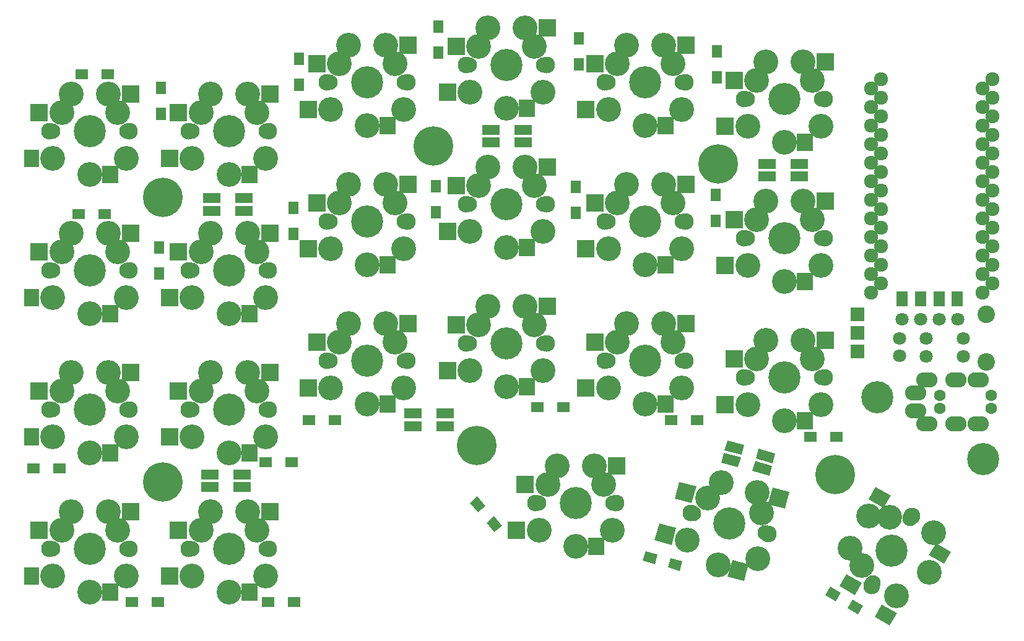
<source format=gbs>
%TF.GenerationSoftware,KiCad,Pcbnew,(5.1.6-0-10_14)*%
%TF.CreationDate,2020-07-07T23:00:58+09:00*%
%TF.ProjectId,corne-cherry,636f726e-652d-4636-9865-7272792e6b69,rev?*%
%TF.SameCoordinates,Original*%
%TF.FileFunction,Soldermask,Bot*%
%TF.FilePolarity,Negative*%
%FSLAX46Y46*%
G04 Gerber Fmt 4.6, Leading zero omitted, Abs format (unit mm)*
G04 Created by KiCad (PCBNEW (5.1.6-0-10_14)) date 2020-07-07 23:00:58*
%MOMM*%
%LPD*%
G01*
G04 APERTURE LIST*
%ADD10R,2.400000X2.400000*%
%ADD11C,3.400000*%
%ADD12C,2.100000*%
%ADD13C,2.300000*%
%ADD14C,4.400000*%
%ADD15R,2.300000X2.400000*%
%ADD16C,5.400000*%
%ADD17C,1.600000*%
%ADD18O,2.900000X2.100000*%
%ADD19C,1.797000*%
%ADD20R,1.924000X1.924000*%
%ADD21R,1.543000X1.035000*%
%ADD22R,2.400000X1.400000*%
%ADD23C,0.100000*%
%ADD24C,2.400000*%
%ADD25R,2.000000X2.400000*%
%ADD26C,0.500000*%
%ADD27C,1.924000*%
%ADD28R,1.700000X1.350000*%
%ADD29R,1.350000X1.700000*%
G04 APERTURE END LIST*
D10*
%TO.C,SW9*%
X90000000Y-55120000D03*
D11*
X80590000Y-57660000D03*
D12*
X79320000Y-60200000D03*
X89480000Y-60200000D03*
D13*
X89900000Y-60200000D03*
X78900000Y-60200000D03*
D14*
X84400000Y-60200000D03*
D11*
X86940000Y-55120000D03*
D10*
X77500000Y-57660000D03*
D11*
X84400000Y-66100000D03*
X79400000Y-63900000D03*
D15*
X87200000Y-66100000D03*
D10*
X76300000Y-63900000D03*
D11*
X89400000Y-63900000D03*
X81860000Y-55120000D03*
X88210000Y-57660000D03*
%TD*%
D14*
%TO.C,*%
X154120000Y-84240000D03*
%TD*%
%TO.C,*%
X168650000Y-92720000D03*
%TD*%
D16*
%TO.C,Ref\u002A\u002A*%
X93400000Y-49850000D03*
%TD*%
%TO.C,Ref\u002A\u002A*%
X56400000Y-56850000D03*
%TD*%
%TO.C,Ref\u002A\u002A*%
X56400000Y-95850000D03*
%TD*%
%TO.C,Ref\u002A\u002A*%
X99400000Y-90850000D03*
%TD*%
%TO.C,Ref\u002A\u002A*%
X148400000Y-94850000D03*
%TD*%
%TO.C,Ref\u002A\u002A*%
X132400000Y-52350000D03*
%TD*%
D17*
%TO.C,J1*%
X162700000Y-84000000D03*
X169700000Y-84000000D03*
D18*
X160900000Y-81900000D03*
X159400000Y-86100000D03*
X167900000Y-81900000D03*
X164900000Y-81900000D03*
D17*
X169700000Y-85750000D03*
X162700000Y-85750000D03*
D18*
X167900000Y-87850000D03*
X164900000Y-87850000D03*
X160900000Y-87850000D03*
X159400000Y-83650000D03*
%TD*%
D19*
%TO.C,J2*%
X157500000Y-73550000D03*
X160040000Y-73550000D03*
X162580000Y-73550000D03*
X165120000Y-73550000D03*
%TD*%
D20*
%TO.C,J3*%
X151400000Y-77930000D03*
X151400000Y-75390000D03*
X151400000Y-72850000D03*
%TD*%
D21*
%TO.C,JP2*%
X165100000Y-71250380D03*
X165100000Y-70249620D03*
%TD*%
%TO.C,JP3*%
X162600000Y-70249620D03*
X162600000Y-71250380D03*
%TD*%
%TO.C,JP4*%
X160100000Y-71250380D03*
X160100000Y-70249620D03*
%TD*%
%TO.C,JP5*%
X157500000Y-70249620D03*
X157500000Y-71250380D03*
%TD*%
D22*
%TO.C,L22*%
X67500000Y-56975000D03*
X67500000Y-58725000D03*
X63100000Y-58725000D03*
X63100000Y-56975000D03*
%TD*%
%TO.C,L23*%
X101300000Y-47625000D03*
X101300000Y-49375000D03*
X105700000Y-49375000D03*
X105700000Y-47625000D03*
%TD*%
%TO.C,L24*%
X143500000Y-52275000D03*
X143500000Y-54025000D03*
X139100000Y-54025000D03*
X139100000Y-52275000D03*
%TD*%
%TO.C,L25*%
X67300000Y-96550000D03*
X67300000Y-94800000D03*
X62900000Y-94800000D03*
X62900000Y-96550000D03*
%TD*%
%TO.C,L26*%
X95000000Y-86450000D03*
X95000000Y-88200000D03*
X90600000Y-88200000D03*
X90600000Y-86450000D03*
%TD*%
D23*
%TO.C,L27*%
G36*
X133261146Y-91500978D02*
G01*
X133623492Y-90148682D01*
X135941714Y-90769848D01*
X135579368Y-92122144D01*
X133261146Y-91500978D01*
G37*
G36*
X132808213Y-93191348D02*
G01*
X133170559Y-91839052D01*
X135488781Y-92460218D01*
X135126435Y-93812514D01*
X132808213Y-93191348D01*
G37*
G36*
X137058286Y-94330152D02*
G01*
X137420632Y-92977856D01*
X139738854Y-93599022D01*
X139376508Y-94951318D01*
X137058286Y-94330152D01*
G37*
G36*
X137511219Y-92639782D02*
G01*
X137873565Y-91287486D01*
X140191787Y-91908652D01*
X139829441Y-93260948D01*
X137511219Y-92639782D01*
G37*
%TD*%
D19*
%TO.C,P1*%
X157200000Y-76150000D03*
%TD*%
%TO.C,P2*%
X157200000Y-78550000D03*
%TD*%
%TO.C,R1*%
X165940000Y-76150000D03*
X160860000Y-76150000D03*
%TD*%
%TO.C,R2*%
X160860000Y-78650000D03*
X165940000Y-78650000D03*
%TD*%
D24*
%TO.C,RSW1*%
X169000000Y-72900000D03*
X169000000Y-79400000D03*
%TD*%
D10*
%TO.C,SW1*%
X52000000Y-42770000D03*
D11*
X42590000Y-45310000D03*
D12*
X41320000Y-47850000D03*
X51480000Y-47850000D03*
D13*
X51900000Y-47850000D03*
X40900000Y-47850000D03*
D14*
X46400000Y-47850000D03*
D11*
X48940000Y-42770000D03*
D10*
X39500000Y-45310000D03*
D11*
X46400000Y-53750000D03*
X41400000Y-51550000D03*
D15*
X49200000Y-53750000D03*
D25*
X38500000Y-51550000D03*
D11*
X51400000Y-51550000D03*
X43860000Y-42770000D03*
X50210000Y-45310000D03*
%TD*%
%TO.C,SW2*%
X69260000Y-45310000D03*
X62910000Y-42770000D03*
X70450000Y-51550000D03*
D10*
X57350000Y-51550000D03*
D15*
X68250000Y-53750000D03*
D11*
X60450000Y-51550000D03*
X65450000Y-53750000D03*
D10*
X58550000Y-45310000D03*
D11*
X67990000Y-42770000D03*
D14*
X65450000Y-47850000D03*
D13*
X59950000Y-47850000D03*
X70950000Y-47850000D03*
D12*
X70530000Y-47850000D03*
X60370000Y-47850000D03*
D11*
X61640000Y-45310000D03*
D10*
X71050000Y-42770000D03*
%TD*%
%TO.C,SW3*%
X90000000Y-36070000D03*
D11*
X80590000Y-38610000D03*
D12*
X79320000Y-41150000D03*
X89480000Y-41150000D03*
D13*
X89900000Y-41150000D03*
X78900000Y-41150000D03*
D14*
X84400000Y-41150000D03*
D11*
X86940000Y-36070000D03*
D10*
X77500000Y-38610000D03*
D11*
X84400000Y-47050000D03*
X79400000Y-44850000D03*
D15*
X87200000Y-47050000D03*
D10*
X76300000Y-44850000D03*
D11*
X89400000Y-44850000D03*
X81860000Y-36070000D03*
X88210000Y-38610000D03*
%TD*%
%TO.C,SW4*%
X107260000Y-36210000D03*
X100910000Y-33670000D03*
X108450000Y-42450000D03*
D10*
X95350000Y-42450000D03*
D15*
X106250000Y-44650000D03*
D11*
X98450000Y-42450000D03*
X103450000Y-44650000D03*
D10*
X96550000Y-36210000D03*
D11*
X105990000Y-33670000D03*
D14*
X103450000Y-38750000D03*
D13*
X97950000Y-38750000D03*
X108950000Y-38750000D03*
D12*
X108530000Y-38750000D03*
X98370000Y-38750000D03*
D11*
X99640000Y-36210000D03*
D10*
X109050000Y-33670000D03*
%TD*%
%TO.C,SW5*%
X128000000Y-36070000D03*
D11*
X118590000Y-38610000D03*
D12*
X117320000Y-41150000D03*
X127480000Y-41150000D03*
D13*
X127900000Y-41150000D03*
X116900000Y-41150000D03*
D14*
X122400000Y-41150000D03*
D11*
X124940000Y-36070000D03*
D10*
X115500000Y-38610000D03*
D11*
X122400000Y-47050000D03*
X117400000Y-44850000D03*
D15*
X125200000Y-47050000D03*
D10*
X114300000Y-44850000D03*
D11*
X127400000Y-44850000D03*
X119860000Y-36070000D03*
X126210000Y-38610000D03*
%TD*%
%TO.C,SW6*%
X145260000Y-40910000D03*
X138910000Y-38370000D03*
X146450000Y-47150000D03*
D10*
X133350000Y-47150000D03*
D15*
X144250000Y-49350000D03*
D11*
X136450000Y-47150000D03*
X141450000Y-49350000D03*
D10*
X134550000Y-40910000D03*
D11*
X143990000Y-38370000D03*
D14*
X141450000Y-43450000D03*
D13*
X135950000Y-43450000D03*
X146950000Y-43450000D03*
D12*
X146530000Y-43450000D03*
X136370000Y-43450000D03*
D11*
X137640000Y-40910000D03*
D10*
X147050000Y-38370000D03*
%TD*%
%TO.C,SW7*%
X52000000Y-61820000D03*
D11*
X42590000Y-64360000D03*
D12*
X41320000Y-66900000D03*
X51480000Y-66900000D03*
D13*
X51900000Y-66900000D03*
X40900000Y-66900000D03*
D14*
X46400000Y-66900000D03*
D11*
X48940000Y-61820000D03*
D10*
X39500000Y-64360000D03*
D11*
X46400000Y-72800000D03*
X41400000Y-70600000D03*
D15*
X49200000Y-72800000D03*
D25*
X38500000Y-70600000D03*
D11*
X51400000Y-70600000D03*
X43860000Y-61820000D03*
X50210000Y-64360000D03*
%TD*%
%TO.C,SW8*%
X69260000Y-64360000D03*
X62910000Y-61820000D03*
X70450000Y-70600000D03*
D10*
X57350000Y-70600000D03*
D15*
X68250000Y-72800000D03*
D11*
X60450000Y-70600000D03*
X65450000Y-72800000D03*
D10*
X58550000Y-64360000D03*
D11*
X67990000Y-61820000D03*
D14*
X65450000Y-66900000D03*
D13*
X59950000Y-66900000D03*
X70950000Y-66900000D03*
D12*
X70530000Y-66900000D03*
X60370000Y-66900000D03*
D11*
X61640000Y-64360000D03*
D10*
X71050000Y-61820000D03*
%TD*%
D11*
%TO.C,SW10*%
X107260000Y-55260000D03*
X100910000Y-52720000D03*
X108450000Y-61500000D03*
D10*
X95350000Y-61500000D03*
D15*
X106250000Y-63700000D03*
D11*
X98450000Y-61500000D03*
X103450000Y-63700000D03*
D10*
X96550000Y-55260000D03*
D11*
X105990000Y-52720000D03*
D14*
X103450000Y-57800000D03*
D13*
X97950000Y-57800000D03*
X108950000Y-57800000D03*
D12*
X108530000Y-57800000D03*
X98370000Y-57800000D03*
D11*
X99640000Y-55260000D03*
D10*
X109050000Y-52720000D03*
%TD*%
%TO.C,SW11*%
X128000000Y-55120000D03*
D11*
X118590000Y-57660000D03*
D12*
X117320000Y-60200000D03*
X127480000Y-60200000D03*
D13*
X127900000Y-60200000D03*
X116900000Y-60200000D03*
D14*
X122400000Y-60200000D03*
D11*
X124940000Y-55120000D03*
D10*
X115500000Y-57660000D03*
D11*
X122400000Y-66100000D03*
X117400000Y-63900000D03*
D15*
X125200000Y-66100000D03*
D10*
X114300000Y-63900000D03*
D11*
X127400000Y-63900000D03*
X119860000Y-55120000D03*
X126210000Y-57660000D03*
%TD*%
%TO.C,SW12*%
X145260000Y-59960000D03*
X138910000Y-57420000D03*
X146450000Y-66200000D03*
D10*
X133350000Y-66200000D03*
D15*
X144250000Y-68400000D03*
D11*
X136450000Y-66200000D03*
X141450000Y-68400000D03*
D10*
X134550000Y-59960000D03*
D11*
X143990000Y-57420000D03*
D14*
X141450000Y-62500000D03*
D13*
X135950000Y-62500000D03*
X146950000Y-62500000D03*
D12*
X146530000Y-62500000D03*
X136370000Y-62500000D03*
D11*
X137640000Y-59960000D03*
D10*
X147050000Y-57420000D03*
%TD*%
%TO.C,SW13*%
X52000000Y-80870000D03*
D11*
X42590000Y-83410000D03*
D12*
X41320000Y-85950000D03*
X51480000Y-85950000D03*
D13*
X51900000Y-85950000D03*
X40900000Y-85950000D03*
D14*
X46400000Y-85950000D03*
D11*
X48940000Y-80870000D03*
D10*
X39500000Y-83410000D03*
D11*
X46400000Y-91850000D03*
X41400000Y-89650000D03*
D15*
X49200000Y-91850000D03*
D25*
X38500000Y-89650000D03*
D11*
X51400000Y-89650000D03*
X43860000Y-80870000D03*
X50210000Y-83410000D03*
%TD*%
%TO.C,SW14*%
X69260000Y-83410000D03*
X62910000Y-80870000D03*
X70450000Y-89650000D03*
D10*
X57350000Y-89650000D03*
D15*
X68250000Y-91850000D03*
D11*
X60450000Y-89650000D03*
X65450000Y-91850000D03*
D10*
X58550000Y-83410000D03*
D11*
X67990000Y-80870000D03*
D14*
X65450000Y-85950000D03*
D13*
X59950000Y-85950000D03*
X70950000Y-85950000D03*
D12*
X70530000Y-85950000D03*
X60370000Y-85950000D03*
D11*
X61640000Y-83410000D03*
D10*
X71050000Y-80870000D03*
%TD*%
%TO.C,SW15*%
X90000000Y-74170000D03*
D11*
X80590000Y-76710000D03*
D12*
X79320000Y-79250000D03*
X89480000Y-79250000D03*
D13*
X89900000Y-79250000D03*
X78900000Y-79250000D03*
D14*
X84400000Y-79250000D03*
D11*
X86940000Y-74170000D03*
D10*
X77500000Y-76710000D03*
D11*
X84400000Y-85150000D03*
X79400000Y-82950000D03*
D15*
X87200000Y-85150000D03*
D10*
X76300000Y-82950000D03*
D11*
X89400000Y-82950000D03*
X81860000Y-74170000D03*
X88210000Y-76710000D03*
%TD*%
%TO.C,SW16*%
X107260000Y-74310000D03*
X100910000Y-71770000D03*
X108450000Y-80550000D03*
D10*
X95350000Y-80550000D03*
D15*
X106250000Y-82750000D03*
D11*
X98450000Y-80550000D03*
X103450000Y-82750000D03*
D10*
X96550000Y-74310000D03*
D11*
X105990000Y-71770000D03*
D14*
X103450000Y-76850000D03*
D13*
X97950000Y-76850000D03*
X108950000Y-76850000D03*
D12*
X108530000Y-76850000D03*
X98370000Y-76850000D03*
D11*
X99640000Y-74310000D03*
D10*
X109050000Y-71770000D03*
%TD*%
%TO.C,SW17*%
X128000000Y-74170000D03*
D11*
X118590000Y-76710000D03*
D12*
X117320000Y-79250000D03*
X127480000Y-79250000D03*
D13*
X127900000Y-79250000D03*
X116900000Y-79250000D03*
D14*
X122400000Y-79250000D03*
D11*
X124940000Y-74170000D03*
D10*
X115500000Y-76710000D03*
D11*
X122400000Y-85150000D03*
X117400000Y-82950000D03*
D15*
X125200000Y-85150000D03*
D10*
X114300000Y-82950000D03*
D11*
X127400000Y-82950000D03*
X119860000Y-74170000D03*
X126210000Y-76710000D03*
%TD*%
%TO.C,SW18*%
X145260000Y-79010000D03*
X138910000Y-76470000D03*
X146450000Y-85250000D03*
D10*
X133350000Y-85250000D03*
D15*
X144250000Y-87450000D03*
D11*
X136450000Y-85250000D03*
X141450000Y-87450000D03*
D10*
X134550000Y-79010000D03*
D11*
X143990000Y-76470000D03*
D14*
X141450000Y-81550000D03*
D13*
X135950000Y-81550000D03*
X146950000Y-81550000D03*
D12*
X146530000Y-81550000D03*
X136370000Y-81550000D03*
D11*
X137640000Y-79010000D03*
D10*
X147050000Y-76470000D03*
%TD*%
%TO.C,SW19*%
X52000000Y-99920000D03*
D11*
X42590000Y-102460000D03*
D12*
X41320000Y-105000000D03*
X51480000Y-105000000D03*
D13*
X51900000Y-105000000D03*
X40900000Y-105000000D03*
D14*
X46400000Y-105000000D03*
D11*
X48940000Y-99920000D03*
D10*
X39500000Y-102460000D03*
D11*
X46400000Y-110900000D03*
X41400000Y-108700000D03*
D15*
X49200000Y-110900000D03*
D25*
X38500000Y-108700000D03*
D11*
X51400000Y-108700000D03*
X43860000Y-99920000D03*
X50210000Y-102460000D03*
%TD*%
%TO.C,SW20*%
X69260000Y-102460000D03*
X62910000Y-99920000D03*
X70450000Y-108700000D03*
D10*
X57350000Y-108700000D03*
D15*
X68250000Y-110900000D03*
D11*
X60450000Y-108700000D03*
X65450000Y-110900000D03*
D10*
X58550000Y-102460000D03*
D11*
X67990000Y-99920000D03*
D14*
X65450000Y-105000000D03*
D13*
X59950000Y-105000000D03*
X70950000Y-105000000D03*
D12*
X70530000Y-105000000D03*
X60370000Y-105000000D03*
D11*
X61640000Y-102460000D03*
D10*
X71050000Y-99920000D03*
%TD*%
%TO.C,SW21*%
X118500000Y-93670000D03*
D11*
X109090000Y-96210000D03*
D12*
X107820000Y-98750000D03*
X117980000Y-98750000D03*
D13*
X118400000Y-98750000D03*
X107400000Y-98750000D03*
D14*
X112900000Y-98750000D03*
D11*
X115440000Y-93670000D03*
D10*
X106000000Y-96210000D03*
D11*
X112900000Y-104650000D03*
X107900000Y-102450000D03*
D15*
X115700000Y-104650000D03*
D10*
X104800000Y-102450000D03*
D11*
X117900000Y-102450000D03*
X110360000Y-93670000D03*
X116710000Y-96210000D03*
%TD*%
%TO.C,SW22*%
X138269326Y-100032152D03*
X132793097Y-95935199D03*
X137803747Y-106367524D03*
D23*
G36*
X126619812Y-102128466D02*
G01*
X125998646Y-104446688D01*
X123680424Y-103825522D01*
X124301590Y-101507300D01*
X126619812Y-102128466D01*
G37*
G36*
X136530706Y-107061690D02*
G01*
X135909540Y-109379912D01*
X133687910Y-108784628D01*
X134309076Y-106466406D01*
X136530706Y-107061690D01*
G37*
D11*
X128144488Y-103779333D03*
X132404716Y-107198465D03*
D23*
G36*
X129393954Y-96411672D02*
G01*
X128772788Y-98729894D01*
X126454566Y-98108728D01*
X127075732Y-95790506D01*
X129393954Y-96411672D01*
G37*
D11*
X137700000Y-97250000D03*
D14*
X133931748Y-101499503D03*
D13*
X128619156Y-100075998D03*
X139244340Y-102923008D03*
D12*
X138838651Y-102814304D03*
X129024845Y-100184702D03*
D11*
X130908971Y-98059951D03*
D23*
G36*
X142125427Y-97193458D02*
G01*
X141504261Y-99511680D01*
X139186039Y-98890514D01*
X139807205Y-96572292D01*
X142125427Y-97193458D01*
G37*
%TD*%
%TO.C,SW23*%
G36*
X153886361Y-96524136D02*
G01*
X155964821Y-97724136D01*
X155014821Y-99369584D01*
X152936361Y-98169584D01*
X153886361Y-96524136D01*
G37*
D11*
X151995295Y-107279557D03*
D12*
X153560000Y-109649409D03*
X158640000Y-100850591D03*
D13*
X158850000Y-100486860D03*
X153350000Y-110013140D03*
D14*
X156100000Y-105250000D03*
D11*
X152970591Y-100510295D03*
D23*
G36*
X149936065Y-108446249D02*
G01*
X152014525Y-109646249D01*
X151064525Y-111291697D01*
X148986065Y-110091697D01*
X149936065Y-108446249D01*
G37*
D26*
X151953154Y-107272547D03*
D11*
X161209550Y-108200000D03*
X156804294Y-111430127D03*
D23*
G36*
X162145320Y-104179200D02*
G01*
X164223780Y-105379200D01*
X163273780Y-107024648D01*
X161195320Y-105824648D01*
X162145320Y-104179200D01*
G37*
G36*
X154740064Y-112605479D02*
G01*
X156818524Y-113805479D01*
X155868524Y-115450927D01*
X153790064Y-114250927D01*
X154740064Y-112605479D01*
G37*
D11*
X161804294Y-102769873D03*
D26*
X155778154Y-100647453D03*
D11*
X150430591Y-104909705D03*
X155805295Y-100680443D03*
X155805295Y-100680443D03*
%TD*%
D27*
%TO.C,U1*%
X168550000Y-41942000D03*
X168550000Y-44482000D03*
X168550000Y-47022000D03*
X168550000Y-49562000D03*
X168550000Y-52102000D03*
X168550000Y-54642000D03*
X168550000Y-57182000D03*
X168550000Y-59722000D03*
X168550000Y-62262000D03*
X168550000Y-64802000D03*
X168550000Y-67342000D03*
X168550000Y-69882000D03*
X153310000Y-69882000D03*
X153310000Y-67342000D03*
X153310000Y-64802000D03*
X153310000Y-62262000D03*
X153310000Y-59722000D03*
X153310000Y-57182000D03*
X153310000Y-54642000D03*
X153310000Y-52102000D03*
X153310000Y-49562000D03*
X153310000Y-47022000D03*
X153310000Y-44482000D03*
X153310000Y-41942000D03*
X169856400Y-40672000D03*
X169856400Y-43212000D03*
X169856400Y-45752000D03*
X169856400Y-48292000D03*
X169856400Y-50832000D03*
X169856400Y-53372000D03*
X169856400Y-55912000D03*
X169856400Y-58452000D03*
X169856400Y-60992000D03*
X169856400Y-63532000D03*
X169856400Y-66072000D03*
X169856400Y-68612000D03*
X154636400Y-68612000D03*
X154636400Y-66072000D03*
X154636400Y-63532000D03*
X154636400Y-60992000D03*
X154636400Y-58452000D03*
X154636400Y-55912000D03*
X154636400Y-53372000D03*
X154636400Y-50832000D03*
X154636400Y-48292000D03*
X154636400Y-45752000D03*
X154636400Y-43212000D03*
X154636400Y-40672000D03*
%TD*%
D28*
%TO.C,D1*%
X48875000Y-40000000D03*
X45325000Y-40000000D03*
%TD*%
D29*
%TO.C,D2*%
X56200000Y-45475000D03*
X56200000Y-41925000D03*
%TD*%
%TO.C,D3*%
X75100000Y-37925000D03*
X75100000Y-41475000D03*
%TD*%
%TO.C,D4*%
X94100000Y-37075000D03*
X94100000Y-33525000D03*
%TD*%
%TO.C,D5*%
X113300000Y-35125000D03*
X113300000Y-38675000D03*
%TD*%
%TO.C,D6*%
X132200000Y-40475000D03*
X132200000Y-36925000D03*
%TD*%
D28*
%TO.C,D7*%
X48475000Y-59200000D03*
X44925000Y-59200000D03*
%TD*%
D29*
%TO.C,D8*%
X55900000Y-67275000D03*
X55900000Y-63725000D03*
%TD*%
%TO.C,D9*%
X74300000Y-61875000D03*
X74300000Y-58325000D03*
%TD*%
%TO.C,D10*%
X93800000Y-55325000D03*
X93800000Y-58875000D03*
%TD*%
%TO.C,D11*%
X112900000Y-58975000D03*
X112900000Y-55425000D03*
%TD*%
%TO.C,D12*%
X132000000Y-60125000D03*
X132000000Y-56575000D03*
%TD*%
D28*
%TO.C,D13*%
X42275000Y-93950000D03*
X38725000Y-93950000D03*
%TD*%
%TO.C,D14*%
X70525000Y-93150000D03*
X74075000Y-93150000D03*
%TD*%
%TO.C,D15*%
X79975000Y-87350000D03*
X76425000Y-87350000D03*
%TD*%
%TO.C,D16*%
X107625000Y-85550000D03*
X111175000Y-85550000D03*
%TD*%
%TO.C,D17*%
X129475000Y-87350000D03*
X125925000Y-87350000D03*
%TD*%
%TO.C,D18*%
X145025000Y-89650000D03*
X148575000Y-89650000D03*
%TD*%
%TO.C,D19*%
X55775000Y-112250000D03*
X52225000Y-112250000D03*
%TD*%
%TO.C,D20*%
X70825000Y-112250000D03*
X74375000Y-112250000D03*
%TD*%
D23*
%TO.C,D21*%
G36*
X102804397Y-101826985D02*
G01*
X101770237Y-102694748D01*
X100677499Y-101392473D01*
X101711659Y-100524710D01*
X102804397Y-101826985D01*
G37*
G36*
X100522501Y-99107527D02*
G01*
X99488341Y-99975290D01*
X98395603Y-98673015D01*
X99429763Y-97805252D01*
X100522501Y-99107527D01*
G37*
%TD*%
%TO.C,D22*%
G36*
X152210817Y-112777933D02*
G01*
X151535817Y-113947067D01*
X150063573Y-113097067D01*
X150738573Y-111927933D01*
X152210817Y-112777933D01*
G37*
G36*
X149136427Y-111002933D02*
G01*
X148461427Y-112172067D01*
X146989183Y-111322067D01*
X147664183Y-110152933D01*
X149136427Y-111002933D01*
G37*
%TD*%
%TO.C,D23*%
G36*
X124081222Y-105758592D02*
G01*
X123731816Y-107062592D01*
X122089742Y-106622600D01*
X122439148Y-105318600D01*
X124081222Y-105758592D01*
G37*
G36*
X127510258Y-106677400D02*
G01*
X127160852Y-107981400D01*
X125518778Y-107541408D01*
X125868184Y-106237408D01*
X127510258Y-106677400D01*
G37*
%TD*%
M02*

</source>
